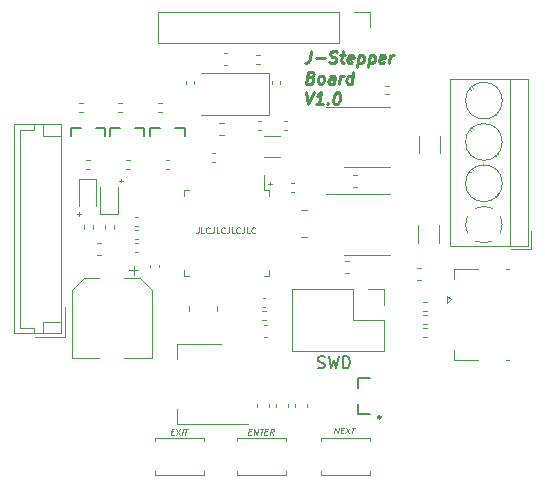
<source format=gbr>
G04 #@! TF.GenerationSoftware,KiCad,Pcbnew,(5.1.7)-1*
G04 #@! TF.CreationDate,2020-12-09T20:39:25+01:00*
G04 #@! TF.ProjectId,Stepper Servo,53746570-7065-4722-9053-6572766f2e6b,v1.0*
G04 #@! TF.SameCoordinates,Original*
G04 #@! TF.FileFunction,Legend,Top*
G04 #@! TF.FilePolarity,Positive*
%FSLAX46Y46*%
G04 Gerber Fmt 4.6, Leading zero omitted, Abs format (unit mm)*
G04 Created by KiCad (PCBNEW (5.1.7)-1) date 2020-12-09 20:39:25*
%MOMM*%
%LPD*%
G01*
G04 APERTURE LIST*
%ADD10C,0.125000*%
%ADD11C,0.250000*%
%ADD12C,0.100000*%
%ADD13C,0.150000*%
%ADD14C,0.120000*%
%ADD15C,0.249999*%
G04 APERTURE END LIST*
D10*
X184340476Y-71826190D02*
X184340476Y-72183333D01*
X184316666Y-72254761D01*
X184269047Y-72302380D01*
X184197619Y-72326190D01*
X184150000Y-72326190D01*
X184816666Y-72326190D02*
X184578571Y-72326190D01*
X184578571Y-71826190D01*
X185269047Y-72278571D02*
X185245238Y-72302380D01*
X185173809Y-72326190D01*
X185126190Y-72326190D01*
X185054761Y-72302380D01*
X185007142Y-72254761D01*
X184983333Y-72207142D01*
X184959523Y-72111904D01*
X184959523Y-72040476D01*
X184983333Y-71945238D01*
X185007142Y-71897619D01*
X185054761Y-71850000D01*
X185126190Y-71826190D01*
X185173809Y-71826190D01*
X185245238Y-71850000D01*
X185269047Y-71873809D01*
X185626190Y-71826190D02*
X185626190Y-72183333D01*
X185602380Y-72254761D01*
X185554761Y-72302380D01*
X185483333Y-72326190D01*
X185435714Y-72326190D01*
X186102380Y-72326190D02*
X185864285Y-72326190D01*
X185864285Y-71826190D01*
X186554761Y-72278571D02*
X186530952Y-72302380D01*
X186459523Y-72326190D01*
X186411904Y-72326190D01*
X186340476Y-72302380D01*
X186292857Y-72254761D01*
X186269047Y-72207142D01*
X186245238Y-72111904D01*
X186245238Y-72040476D01*
X186269047Y-71945238D01*
X186292857Y-71897619D01*
X186340476Y-71850000D01*
X186411904Y-71826190D01*
X186459523Y-71826190D01*
X186530952Y-71850000D01*
X186554761Y-71873809D01*
X186911904Y-71826190D02*
X186911904Y-72183333D01*
X186888095Y-72254761D01*
X186840476Y-72302380D01*
X186769047Y-72326190D01*
X186721428Y-72326190D01*
X187388095Y-72326190D02*
X187150000Y-72326190D01*
X187150000Y-71826190D01*
X187840476Y-72278571D02*
X187816666Y-72302380D01*
X187745238Y-72326190D01*
X187697619Y-72326190D01*
X187626190Y-72302380D01*
X187578571Y-72254761D01*
X187554761Y-72207142D01*
X187530952Y-72111904D01*
X187530952Y-72040476D01*
X187554761Y-71945238D01*
X187578571Y-71897619D01*
X187626190Y-71850000D01*
X187697619Y-71826190D01*
X187745238Y-71826190D01*
X187816666Y-71850000D01*
X187840476Y-71873809D01*
X188197619Y-71826190D02*
X188197619Y-72183333D01*
X188173809Y-72254761D01*
X188126190Y-72302380D01*
X188054761Y-72326190D01*
X188007142Y-72326190D01*
X188673809Y-72326190D02*
X188435714Y-72326190D01*
X188435714Y-71826190D01*
X189126190Y-72278571D02*
X189102380Y-72302380D01*
X189030952Y-72326190D01*
X188983333Y-72326190D01*
X188911904Y-72302380D01*
X188864285Y-72254761D01*
X188840476Y-72207142D01*
X188816666Y-72111904D01*
X188816666Y-72040476D01*
X188840476Y-71945238D01*
X188864285Y-71897619D01*
X188911904Y-71850000D01*
X188983333Y-71826190D01*
X189030952Y-71826190D01*
X189102380Y-71850000D01*
X189126190Y-71873809D01*
D11*
X193867261Y-56902380D02*
X193777976Y-57616666D01*
X193712500Y-57759523D01*
X193605357Y-57854761D01*
X193456547Y-57902380D01*
X193361309Y-57902380D01*
X194266071Y-57521428D02*
X195027976Y-57521428D01*
X195414880Y-57854761D02*
X195551785Y-57902380D01*
X195789880Y-57902380D01*
X195891071Y-57854761D01*
X195944642Y-57807142D01*
X196004166Y-57711904D01*
X196016071Y-57616666D01*
X195980357Y-57521428D01*
X195938690Y-57473809D01*
X195849404Y-57426190D01*
X195664880Y-57378571D01*
X195575595Y-57330952D01*
X195533928Y-57283333D01*
X195498214Y-57188095D01*
X195510119Y-57092857D01*
X195569642Y-56997619D01*
X195623214Y-56950000D01*
X195724404Y-56902380D01*
X195962500Y-56902380D01*
X196099404Y-56950000D01*
X196349404Y-57235714D02*
X196730357Y-57235714D01*
X196533928Y-56902380D02*
X196426785Y-57759523D01*
X196462500Y-57854761D01*
X196551785Y-57902380D01*
X196647023Y-57902380D01*
X197367261Y-57854761D02*
X197266071Y-57902380D01*
X197075595Y-57902380D01*
X196986309Y-57854761D01*
X196950595Y-57759523D01*
X196998214Y-57378571D01*
X197057738Y-57283333D01*
X197158928Y-57235714D01*
X197349404Y-57235714D01*
X197438690Y-57283333D01*
X197474404Y-57378571D01*
X197462500Y-57473809D01*
X196974404Y-57569047D01*
X197920833Y-57235714D02*
X197795833Y-58235714D01*
X197914880Y-57283333D02*
X198016071Y-57235714D01*
X198206547Y-57235714D01*
X198295833Y-57283333D01*
X198337500Y-57330952D01*
X198373214Y-57426190D01*
X198337500Y-57711904D01*
X198277976Y-57807142D01*
X198224404Y-57854761D01*
X198123214Y-57902380D01*
X197932738Y-57902380D01*
X197843452Y-57854761D01*
X198825595Y-57235714D02*
X198700595Y-58235714D01*
X198819642Y-57283333D02*
X198920833Y-57235714D01*
X199111309Y-57235714D01*
X199200595Y-57283333D01*
X199242261Y-57330952D01*
X199277976Y-57426190D01*
X199242261Y-57711904D01*
X199182738Y-57807142D01*
X199129166Y-57854761D01*
X199027976Y-57902380D01*
X198837500Y-57902380D01*
X198748214Y-57854761D01*
X200033928Y-57854761D02*
X199932738Y-57902380D01*
X199742261Y-57902380D01*
X199652976Y-57854761D01*
X199617261Y-57759523D01*
X199664880Y-57378571D01*
X199724404Y-57283333D01*
X199825595Y-57235714D01*
X200016071Y-57235714D01*
X200105357Y-57283333D01*
X200141071Y-57378571D01*
X200129166Y-57473809D01*
X199641071Y-57569047D01*
X200504166Y-57902380D02*
X200587500Y-57235714D01*
X200563690Y-57426190D02*
X200623214Y-57330952D01*
X200676785Y-57283333D01*
X200777976Y-57235714D01*
X200873214Y-57235714D01*
X193855357Y-59128571D02*
X193992261Y-59176190D01*
X194033928Y-59223809D01*
X194069642Y-59319047D01*
X194051785Y-59461904D01*
X193992261Y-59557142D01*
X193938690Y-59604761D01*
X193837500Y-59652380D01*
X193456547Y-59652380D01*
X193581547Y-58652380D01*
X193914880Y-58652380D01*
X194004166Y-58700000D01*
X194045833Y-58747619D01*
X194081547Y-58842857D01*
X194069642Y-58938095D01*
X194010119Y-59033333D01*
X193956547Y-59080952D01*
X193855357Y-59128571D01*
X193522023Y-59128571D01*
X194599404Y-59652380D02*
X194510119Y-59604761D01*
X194468452Y-59557142D01*
X194432738Y-59461904D01*
X194468452Y-59176190D01*
X194527976Y-59080952D01*
X194581547Y-59033333D01*
X194682738Y-58985714D01*
X194825595Y-58985714D01*
X194914880Y-59033333D01*
X194956547Y-59080952D01*
X194992261Y-59176190D01*
X194956547Y-59461904D01*
X194897023Y-59557142D01*
X194843452Y-59604761D01*
X194742261Y-59652380D01*
X194599404Y-59652380D01*
X195789880Y-59652380D02*
X195855357Y-59128571D01*
X195819642Y-59033333D01*
X195730357Y-58985714D01*
X195539880Y-58985714D01*
X195438690Y-59033333D01*
X195795833Y-59604761D02*
X195694642Y-59652380D01*
X195456547Y-59652380D01*
X195367261Y-59604761D01*
X195331547Y-59509523D01*
X195343452Y-59414285D01*
X195402976Y-59319047D01*
X195504166Y-59271428D01*
X195742261Y-59271428D01*
X195843452Y-59223809D01*
X196266071Y-59652380D02*
X196349404Y-58985714D01*
X196325595Y-59176190D02*
X196385119Y-59080952D01*
X196438690Y-59033333D01*
X196539880Y-58985714D01*
X196635119Y-58985714D01*
X197313690Y-59652380D02*
X197438690Y-58652380D01*
X197319642Y-59604761D02*
X197218452Y-59652380D01*
X197027976Y-59652380D01*
X196938690Y-59604761D01*
X196897023Y-59557142D01*
X196861309Y-59461904D01*
X196897023Y-59176190D01*
X196956547Y-59080952D01*
X197010119Y-59033333D01*
X197111309Y-58985714D01*
X197301785Y-58985714D01*
X197391071Y-59033333D01*
X193438690Y-60402380D02*
X193647023Y-61402380D01*
X194105357Y-60402380D01*
X194837500Y-61402380D02*
X194266071Y-61402380D01*
X194551785Y-61402380D02*
X194676785Y-60402380D01*
X194563690Y-60545238D01*
X194456547Y-60640476D01*
X194355357Y-60688095D01*
X195277976Y-61307142D02*
X195319642Y-61354761D01*
X195266071Y-61402380D01*
X195224404Y-61354761D01*
X195277976Y-61307142D01*
X195266071Y-61402380D01*
X196057738Y-60402380D02*
X196152976Y-60402380D01*
X196242261Y-60450000D01*
X196283928Y-60497619D01*
X196319642Y-60592857D01*
X196343452Y-60783333D01*
X196313690Y-61021428D01*
X196242261Y-61211904D01*
X196182738Y-61307142D01*
X196129166Y-61354761D01*
X196027976Y-61402380D01*
X195932738Y-61402380D01*
X195843452Y-61354761D01*
X195801785Y-61307142D01*
X195766071Y-61211904D01*
X195742261Y-61021428D01*
X195772023Y-60783333D01*
X195843452Y-60592857D01*
X195902976Y-60497619D01*
X195956547Y-60450000D01*
X196057738Y-60402380D01*
D12*
X174047619Y-70678571D02*
X174352380Y-70678571D01*
X174200000Y-70830952D02*
X174200000Y-70526190D01*
X177647619Y-67878571D02*
X177952380Y-67878571D01*
X177800000Y-68030952D02*
X177800000Y-67726190D01*
X190247619Y-68128571D02*
X190552380Y-68128571D01*
X190400000Y-68280952D02*
X190400000Y-67976190D01*
X182025952Y-89114285D02*
X182192619Y-89114285D01*
X182231309Y-89376190D02*
X181993214Y-89376190D01*
X182055714Y-88876190D01*
X182293809Y-88876190D01*
X182460476Y-88876190D02*
X182731309Y-89376190D01*
X182793809Y-88876190D02*
X182397976Y-89376190D01*
X182921785Y-89376190D02*
X182984285Y-88876190D01*
X183150952Y-88876190D02*
X183436666Y-88876190D01*
X183231309Y-89376190D02*
X183293809Y-88876190D01*
X188595000Y-89114285D02*
X188761666Y-89114285D01*
X188800357Y-89376190D02*
X188562261Y-89376190D01*
X188624761Y-88876190D01*
X188862857Y-88876190D01*
X189014642Y-89376190D02*
X189077142Y-88876190D01*
X189300357Y-89376190D01*
X189362857Y-88876190D01*
X189529523Y-88876190D02*
X189815238Y-88876190D01*
X189609880Y-89376190D02*
X189672380Y-88876190D01*
X189952142Y-89114285D02*
X190118809Y-89114285D01*
X190157500Y-89376190D02*
X189919404Y-89376190D01*
X189981904Y-88876190D01*
X190220000Y-88876190D01*
X190657500Y-89376190D02*
X190520595Y-89138095D01*
X190371785Y-89376190D02*
X190434285Y-88876190D01*
X190624761Y-88876190D01*
X190669404Y-88900000D01*
X190690238Y-88923809D01*
X190708095Y-88971428D01*
X190699166Y-89042857D01*
X190669404Y-89090476D01*
X190642619Y-89114285D01*
X190592023Y-89138095D01*
X190401547Y-89138095D01*
D13*
X194442857Y-83704761D02*
X194585714Y-83752380D01*
X194823809Y-83752380D01*
X194919047Y-83704761D01*
X194966666Y-83657142D01*
X195014285Y-83561904D01*
X195014285Y-83466666D01*
X194966666Y-83371428D01*
X194919047Y-83323809D01*
X194823809Y-83276190D01*
X194633333Y-83228571D01*
X194538095Y-83180952D01*
X194490476Y-83133333D01*
X194442857Y-83038095D01*
X194442857Y-82942857D01*
X194490476Y-82847619D01*
X194538095Y-82800000D01*
X194633333Y-82752380D01*
X194871428Y-82752380D01*
X195014285Y-82800000D01*
X195347619Y-82752380D02*
X195585714Y-83752380D01*
X195776190Y-83038095D01*
X195966666Y-83752380D01*
X196204761Y-82752380D01*
X196585714Y-83752380D02*
X196585714Y-82752380D01*
X196823809Y-82752380D01*
X196966666Y-82800000D01*
X197061904Y-82895238D01*
X197109523Y-82990476D01*
X197157142Y-83180952D01*
X197157142Y-83323809D01*
X197109523Y-83514285D01*
X197061904Y-83609523D01*
X196966666Y-83704761D01*
X196823809Y-83752380D01*
X196585714Y-83752380D01*
D12*
X195850357Y-89276190D02*
X195912857Y-88776190D01*
X196136071Y-89276190D01*
X196198571Y-88776190D01*
X196406904Y-89014285D02*
X196573571Y-89014285D01*
X196612261Y-89276190D02*
X196374166Y-89276190D01*
X196436666Y-88776190D01*
X196674761Y-88776190D01*
X196841428Y-88776190D02*
X197112261Y-89276190D01*
X197174761Y-88776190D02*
X196778928Y-89276190D01*
X197293809Y-88776190D02*
X197579523Y-88776190D01*
X197374166Y-89276190D02*
X197436666Y-88776190D01*
D14*
X173590000Y-82910000D02*
X175940000Y-82910000D01*
X180410000Y-82910000D02*
X178060000Y-82910000D01*
X180410000Y-77154437D02*
X180410000Y-82910000D01*
X173590000Y-77154437D02*
X173590000Y-82910000D01*
X174654437Y-76090000D02*
X175940000Y-76090000D01*
X179345563Y-76090000D02*
X178060000Y-76090000D01*
X179345563Y-76090000D02*
X180410000Y-77154437D01*
X174654437Y-76090000D02*
X173590000Y-77154437D01*
X178847500Y-75062500D02*
X178847500Y-75850000D01*
X179241250Y-75456250D02*
X178453750Y-75456250D01*
X179253641Y-73930000D02*
X178946359Y-73930000D01*
X179253641Y-73170000D02*
X178946359Y-73170000D01*
X178946359Y-70970000D02*
X179253641Y-70970000D01*
X178946359Y-71730000D02*
X179253641Y-71730000D01*
X178946359Y-72070000D02*
X179253641Y-72070000D01*
X178946359Y-72830000D02*
X179253641Y-72830000D01*
X176015000Y-68400000D02*
X176015000Y-70685000D01*
X176015000Y-70685000D02*
X177485000Y-70685000D01*
X177485000Y-70685000D02*
X177485000Y-68400000D01*
X175685000Y-70000000D02*
X175685000Y-67715000D01*
X175685000Y-67715000D02*
X174215000Y-67715000D01*
X174215000Y-67715000D02*
X174215000Y-70000000D01*
X194730000Y-89630000D02*
X198870000Y-89630000D01*
X198870000Y-92470000D02*
X198870000Y-92770000D01*
X198870000Y-92770000D02*
X194730000Y-92770000D01*
X194730000Y-89930000D02*
X194730000Y-89630000D01*
X194730000Y-92770000D02*
X194730000Y-92470000D01*
X198870000Y-89630000D02*
X198870000Y-89930000D01*
X187630000Y-89630000D02*
X191770000Y-89630000D01*
X191770000Y-92470000D02*
X191770000Y-92770000D01*
X191770000Y-92770000D02*
X187630000Y-92770000D01*
X187630000Y-89930000D02*
X187630000Y-89630000D01*
X187630000Y-92770000D02*
X187630000Y-92470000D01*
X191770000Y-89630000D02*
X191770000Y-89930000D01*
X184770000Y-92770000D02*
X180630000Y-92770000D01*
X180630000Y-89930000D02*
X180630000Y-89630000D01*
X180630000Y-89630000D02*
X184770000Y-89630000D01*
X184770000Y-92470000D02*
X184770000Y-92770000D01*
X184770000Y-89630000D02*
X184770000Y-89930000D01*
X180630000Y-92770000D02*
X180630000Y-92470000D01*
X174246359Y-61320000D02*
X174553641Y-61320000D01*
X174246359Y-62080000D02*
X174553641Y-62080000D01*
X174846359Y-66120000D02*
X175153641Y-66120000D01*
X174846359Y-66880000D02*
X175153641Y-66880000D01*
X180946359Y-61320000D02*
X181253641Y-61320000D01*
X180946359Y-62080000D02*
X181253641Y-62080000D01*
X181546359Y-66120000D02*
X181853641Y-66120000D01*
X181546359Y-66880000D02*
X181853641Y-66880000D01*
X177546359Y-61320000D02*
X177853641Y-61320000D01*
X177546359Y-62080000D02*
X177853641Y-62080000D01*
X178196359Y-66120000D02*
X178503641Y-66120000D01*
X178196359Y-66880000D02*
X178503641Y-66880000D01*
X189553641Y-57980000D02*
X189246359Y-57980000D01*
X189553641Y-57220000D02*
X189246359Y-57220000D01*
X176420000Y-71953641D02*
X176420000Y-71646359D01*
X177180000Y-71953641D02*
X177180000Y-71646359D01*
X175380000Y-71646359D02*
X175380000Y-71953641D01*
X174620000Y-71646359D02*
X174620000Y-71953641D01*
X189746359Y-78920000D02*
X190053641Y-78920000D01*
X189746359Y-79680000D02*
X190053641Y-79680000D01*
X200146359Y-59820000D02*
X200453641Y-59820000D01*
X200146359Y-60580000D02*
X200453641Y-60580000D01*
X183240000Y-59657836D02*
X183240000Y-59442164D01*
X183960000Y-59657836D02*
X183960000Y-59442164D01*
X190540000Y-59687836D02*
X190540000Y-59472164D01*
X191260000Y-59687836D02*
X191260000Y-59472164D01*
X203653641Y-81080000D02*
X203346359Y-81080000D01*
X203653641Y-80320000D02*
X203346359Y-80320000D01*
X203346359Y-79220000D02*
X203653641Y-79220000D01*
X203346359Y-79980000D02*
X203653641Y-79980000D01*
X203653641Y-78880000D02*
X203346359Y-78880000D01*
X203653641Y-78120000D02*
X203346359Y-78120000D01*
X189792164Y-77840000D02*
X190007836Y-77840000D01*
X189792164Y-78560000D02*
X190007836Y-78560000D01*
X185707836Y-66260000D02*
X185492164Y-66260000D01*
X185707836Y-65540000D02*
X185492164Y-65540000D01*
X192407836Y-68810000D02*
X192192164Y-68810000D01*
X192407836Y-68090000D02*
X192192164Y-68090000D01*
X180960000Y-74992164D02*
X180960000Y-75207836D01*
X180240000Y-74992164D02*
X180240000Y-75207836D01*
X210400000Y-83070000D02*
X210650000Y-83070000D01*
X210400000Y-75330000D02*
X210650000Y-75330000D01*
X205930000Y-76200000D02*
X205930000Y-75330000D01*
X205930000Y-83070000D02*
X208000000Y-83070000D01*
X205930000Y-75330000D02*
X208000000Y-75330000D01*
X205930000Y-83070000D02*
X205930000Y-82200000D01*
X205700000Y-77900000D02*
X205400000Y-78200000D01*
X205700000Y-77900000D02*
X205400000Y-77600000D01*
X205400000Y-78200000D02*
X205400000Y-77600000D01*
X202859420Y-76310000D02*
X203140580Y-76310000D01*
X202859420Y-75290000D02*
X203140580Y-75290000D01*
X197740580Y-67390000D02*
X197459420Y-67390000D01*
X197740580Y-68410000D02*
X197459420Y-68410000D01*
X197040580Y-75710000D02*
X196759420Y-75710000D01*
X197040580Y-74690000D02*
X196759420Y-74690000D01*
X191807836Y-62840000D02*
X191592164Y-62840000D01*
X191807836Y-63560000D02*
X191592164Y-63560000D01*
X189392164Y-62840000D02*
X189607836Y-62840000D01*
X189392164Y-63560000D02*
X189607836Y-63560000D01*
X189859420Y-81110000D02*
X190140580Y-81110000D01*
X189859420Y-80090000D02*
X190140580Y-80090000D01*
X186459420Y-58110000D02*
X186740580Y-58110000D01*
X186459420Y-57090000D02*
X186740580Y-57090000D01*
X193510000Y-87040580D02*
X193510000Y-86759420D01*
X192490000Y-87040580D02*
X192490000Y-86759420D01*
X190890000Y-87040580D02*
X190890000Y-86759420D01*
X191910000Y-87040580D02*
X191910000Y-86759420D01*
X176040580Y-74210000D02*
X175759420Y-74210000D01*
X176040580Y-73190000D02*
X175759420Y-73190000D01*
X190310000Y-87040580D02*
X190310000Y-86759420D01*
X189290000Y-87040580D02*
X189290000Y-86759420D01*
D13*
X197850001Y-84600000D02*
X197850001Y-85400001D01*
X198849999Y-84600000D02*
X197850001Y-84600000D01*
X197850001Y-86800001D02*
X197850001Y-87600000D01*
X198849999Y-87600000D02*
X197850001Y-87600000D01*
D15*
X199775001Y-87900001D02*
G75*
G03*
X199775001Y-87900001I-125001J0D01*
G01*
D14*
X200030000Y-77070000D02*
X200030000Y-78400000D01*
X198700000Y-77070000D02*
X200030000Y-77070000D01*
X200030000Y-79670000D02*
X200030000Y-82270000D01*
X197430000Y-79670000D02*
X200030000Y-79670000D01*
X197430000Y-77070000D02*
X197430000Y-79670000D01*
X200030000Y-82270000D02*
X192290000Y-82270000D01*
X197430000Y-77070000D02*
X192290000Y-77070000D01*
X192290000Y-77070000D02*
X192290000Y-82270000D01*
X212500000Y-73650000D02*
X212500000Y-72150000D01*
X210760000Y-73650000D02*
X212500000Y-73650000D01*
X209414000Y-62203000D02*
X209490000Y-62279000D01*
X207320000Y-60110000D02*
X207374000Y-60164000D01*
X209625000Y-62035000D02*
X209680000Y-62089000D01*
X207510000Y-59920000D02*
X207586000Y-59996000D01*
X209414000Y-65703000D02*
X209490000Y-65779000D01*
X207320000Y-63610000D02*
X207374000Y-63664000D01*
X209625000Y-65535000D02*
X209680000Y-65589000D01*
X207510000Y-63420000D02*
X207586000Y-63496000D01*
X209414000Y-69203000D02*
X209490000Y-69279000D01*
X207320000Y-67110000D02*
X207374000Y-67164000D01*
X209625000Y-69035000D02*
X209680000Y-69089000D01*
X207510000Y-66920000D02*
X207586000Y-66996000D01*
X205640000Y-59290000D02*
X212260000Y-59290000D01*
X205640000Y-73410000D02*
X212260000Y-73410000D01*
X212260000Y-73410000D02*
X212260000Y-59290000D01*
X205640000Y-73410000D02*
X205640000Y-59290000D01*
X210700000Y-73410000D02*
X210700000Y-59290000D01*
X210055000Y-61100000D02*
G75*
G03*
X210055000Y-61100000I-1555000J0D01*
G01*
X210055000Y-64600000D02*
G75*
G03*
X210055000Y-64600000I-1555000J0D01*
G01*
X210055000Y-68100000D02*
G75*
G03*
X210055000Y-68100000I-1555000J0D01*
G01*
X209885515Y-70894045D02*
G75*
G02*
X210055000Y-71600000I-1385515J-705955D01*
G01*
X207794267Y-70213355D02*
G75*
G02*
X209207000Y-70214000I705733J-1386645D01*
G01*
X207113355Y-72305733D02*
G75*
G02*
X207114000Y-70893000I1386645J705733D01*
G01*
X209205733Y-72986645D02*
G75*
G02*
X207793000Y-72986000I-705733J1386645D01*
G01*
X210055681Y-71573556D02*
G75*
G02*
X209886000Y-72307000I-1555681J-26444D01*
G01*
X198830000Y-53570000D02*
X198830000Y-54900000D01*
X197500000Y-53570000D02*
X198830000Y-53570000D01*
X196230000Y-53570000D02*
X196230000Y-56230000D01*
X196230000Y-56230000D02*
X180930000Y-56230000D01*
X196230000Y-53570000D02*
X180930000Y-53570000D01*
X180930000Y-53570000D02*
X180930000Y-56230000D01*
X173010000Y-81110000D02*
X173010000Y-78610000D01*
X170510000Y-81110000D02*
X173010000Y-81110000D01*
X171210000Y-64090000D02*
X172710000Y-64090000D01*
X171210000Y-63090000D02*
X171210000Y-64090000D01*
X171210000Y-79810000D02*
X172710000Y-79810000D01*
X171210000Y-80810000D02*
X171210000Y-79810000D01*
X170400000Y-63590000D02*
X170400000Y-63090000D01*
X169190000Y-63590000D02*
X170400000Y-63590000D01*
X169190000Y-80310000D02*
X169190000Y-63590000D01*
X170400000Y-80310000D02*
X169190000Y-80310000D01*
X170400000Y-80810000D02*
X170400000Y-80310000D01*
X168690000Y-63090000D02*
X168690000Y-80810000D01*
X172710000Y-63090000D02*
X168690000Y-63090000D01*
X172710000Y-80810000D02*
X172710000Y-63090000D01*
X168690000Y-80810000D02*
X172710000Y-80810000D01*
D13*
X176840000Y-64122695D02*
X176840000Y-63450000D01*
X179760000Y-63450000D02*
X178943993Y-63450000D01*
X177656007Y-63450000D02*
X176840000Y-63450000D01*
X179760000Y-64122695D02*
X179760000Y-63450000D01*
X183160000Y-64122695D02*
X183160000Y-63450000D01*
X181056007Y-63450000D02*
X180240000Y-63450000D01*
X183160000Y-63450000D02*
X182343993Y-63450000D01*
X180240000Y-64122695D02*
X180240000Y-63450000D01*
X176460000Y-64122695D02*
X176460000Y-63450000D01*
X174356007Y-63450000D02*
X173540000Y-63450000D01*
X176460000Y-63450000D02*
X175643993Y-63450000D01*
X173540000Y-64122695D02*
X173540000Y-63450000D01*
D14*
X202990000Y-65527064D02*
X202990000Y-64072936D01*
X204810000Y-65527064D02*
X204810000Y-64072936D01*
X204710000Y-73127064D02*
X204710000Y-71672936D01*
X202890000Y-73127064D02*
X202890000Y-71672936D01*
X186537258Y-62977500D02*
X186062742Y-62977500D01*
X186537258Y-64022500D02*
X186062742Y-64022500D01*
X183520000Y-78450000D02*
X183520000Y-78950000D01*
X185880000Y-78450000D02*
X185880000Y-78950000D01*
X193050000Y-70320000D02*
X193550000Y-70320000D01*
X193050000Y-72680000D02*
X193550000Y-72680000D01*
X198600000Y-61640000D02*
X195150000Y-61640000D01*
X198600000Y-61640000D02*
X200550000Y-61640000D01*
X198600000Y-66760000D02*
X196650000Y-66760000D01*
X198600000Y-66760000D02*
X200550000Y-66760000D01*
X189860000Y-68690000D02*
X189860000Y-67400000D01*
X190310000Y-68690000D02*
X189860000Y-68690000D01*
X190310000Y-69140000D02*
X190310000Y-68690000D01*
X190310000Y-75910000D02*
X189860000Y-75910000D01*
X190310000Y-75460000D02*
X190310000Y-75910000D01*
X183090000Y-68690000D02*
X183540000Y-68690000D01*
X183090000Y-69140000D02*
X183090000Y-68690000D01*
X183090000Y-75910000D02*
X183540000Y-75910000D01*
X183090000Y-75460000D02*
X183090000Y-75910000D01*
X198600000Y-74160000D02*
X200550000Y-74160000D01*
X198600000Y-74160000D02*
X196650000Y-74160000D01*
X198600000Y-69040000D02*
X200550000Y-69040000D01*
X198600000Y-69040000D02*
X195150000Y-69040000D01*
X188500000Y-88510000D02*
X182490000Y-88510000D01*
X186250000Y-81690000D02*
X182490000Y-81690000D01*
X182490000Y-88510000D02*
X182490000Y-87250000D01*
X182490000Y-81690000D02*
X182490000Y-82950000D01*
X189925000Y-64125000D02*
X191275000Y-64125000D01*
X189925000Y-65875000D02*
X191275000Y-65875000D01*
X190300000Y-58750000D02*
X184550000Y-58750000D01*
X190300000Y-62350000D02*
X190300000Y-58750000D01*
X184550000Y-62350000D02*
X190300000Y-62350000D01*
M02*

</source>
